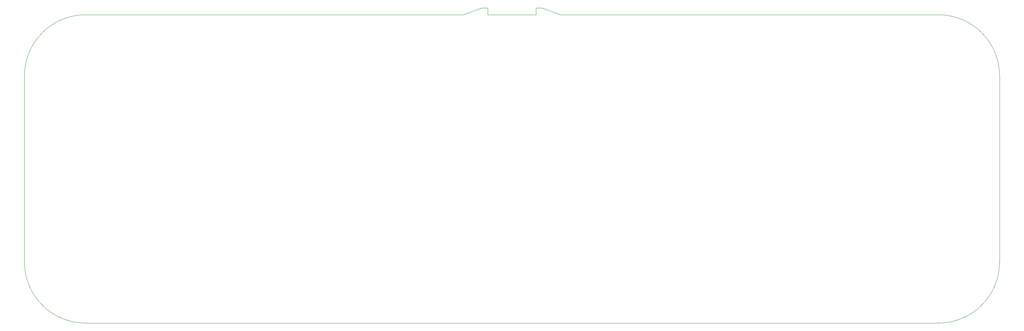
<source format=gbr>
G04 #@! TF.GenerationSoftware,KiCad,Pcbnew,(5.1.6-0-10_14)*
G04 #@! TF.CreationDate,2020-12-21T23:22:52-08:00*
G04 #@! TF.ProjectId,handheld,68616e64-6865-46c6-942e-6b696361645f,rev?*
G04 #@! TF.SameCoordinates,Original*
G04 #@! TF.FileFunction,Profile,NP*
%FSLAX46Y46*%
G04 Gerber Fmt 4.6, Leading zero omitted, Abs format (unit mm)*
G04 Created by KiCad (PCBNEW (5.1.6-0-10_14)) date 2020-12-21 23:22:52*
%MOMM*%
%LPD*%
G01*
G04 APERTURE LIST*
G04 #@! TA.AperFunction,Profile*
%ADD10C,0.050000*%
G04 #@! TD*
G04 #@! TA.AperFunction,Profile*
%ADD11C,0.038100*%
G04 #@! TD*
G04 APERTURE END LIST*
D10*
X146400000Y-63600000D02*
X158300000Y-63600000D01*
X146400000Y-61900000D02*
X144900000Y-61900000D01*
X144900000Y-61900000D02*
X140400000Y-63600000D01*
X146400000Y-63600000D02*
X146400000Y-61900000D01*
X164300000Y-63600000D02*
X257400000Y-63600000D01*
X159800000Y-61900000D02*
X164300000Y-63600000D01*
X158300000Y-61900000D02*
X159800000Y-61900000D01*
X158300000Y-63600000D02*
X158300000Y-61900000D01*
D11*
X32400000Y-78600000D02*
G75*
G02*
X47400000Y-63600000I15000000J0D01*
G01*
X47400000Y-139600000D02*
G75*
G02*
X32400000Y-124600000I0J15000000D01*
G01*
X272400000Y-124600000D02*
G75*
G02*
X257400000Y-139600000I-15000000J0D01*
G01*
X257400000Y-63600000D02*
G75*
G02*
X272400000Y-78600000I0J-15000000D01*
G01*
D10*
X272400000Y-78600000D02*
X272400000Y-124600000D01*
X32400000Y-78600000D02*
X32400000Y-124600000D01*
X257400000Y-139600000D02*
X47400000Y-139600000D01*
X47400000Y-63600000D02*
X140400000Y-63600000D01*
M02*

</source>
